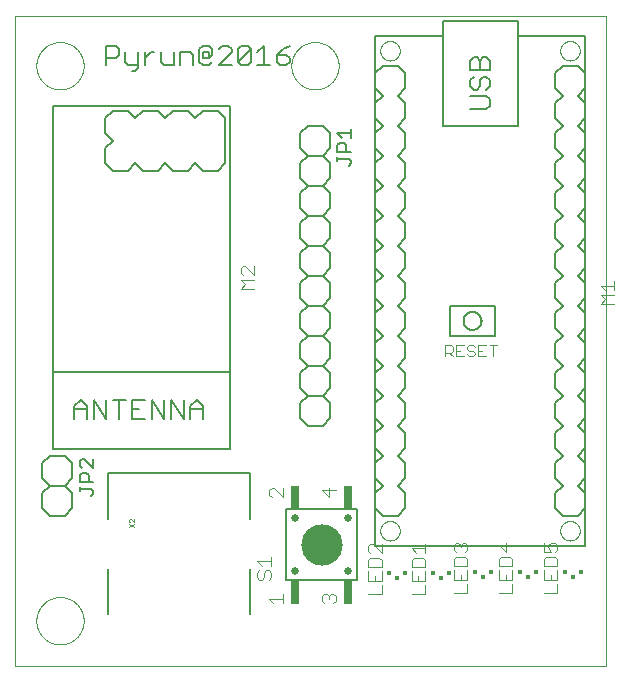
<source format=gto>
G75*
%MOIN*%
%OFA0B0*%
%FSLAX25Y25*%
%IPPOS*%
%LPD*%
%AMOC8*
5,1,8,0,0,1.08239X$1,22.5*
%
%ADD10C,0.00000*%
%ADD11C,0.00600*%
%ADD12C,0.00500*%
%ADD13C,0.00400*%
%ADD14C,0.00300*%
%ADD15R,0.01280X0.01673*%
%ADD16R,0.01378X0.01378*%
%ADD17C,0.02520*%
%ADD18C,0.13773*%
%ADD19R,0.02756X0.07874*%
%ADD20C,0.00800*%
%ADD21C,0.00100*%
D10*
X0001425Y0001000D02*
X0001425Y0217535D01*
X0198276Y0217535D01*
X0198276Y0001000D01*
X0001425Y0001000D01*
X0008551Y0016000D02*
X0008553Y0016193D01*
X0008560Y0016386D01*
X0008572Y0016579D01*
X0008589Y0016772D01*
X0008610Y0016964D01*
X0008636Y0017155D01*
X0008667Y0017346D01*
X0008702Y0017536D01*
X0008742Y0017725D01*
X0008787Y0017913D01*
X0008836Y0018100D01*
X0008890Y0018286D01*
X0008948Y0018470D01*
X0009011Y0018653D01*
X0009079Y0018834D01*
X0009150Y0019013D01*
X0009227Y0019191D01*
X0009307Y0019367D01*
X0009392Y0019540D01*
X0009481Y0019712D01*
X0009574Y0019881D01*
X0009671Y0020048D01*
X0009773Y0020213D01*
X0009878Y0020375D01*
X0009987Y0020534D01*
X0010101Y0020691D01*
X0010218Y0020844D01*
X0010338Y0020995D01*
X0010463Y0021143D01*
X0010591Y0021288D01*
X0010722Y0021429D01*
X0010857Y0021568D01*
X0010996Y0021703D01*
X0011137Y0021834D01*
X0011282Y0021962D01*
X0011430Y0022087D01*
X0011581Y0022207D01*
X0011734Y0022324D01*
X0011891Y0022438D01*
X0012050Y0022547D01*
X0012212Y0022652D01*
X0012377Y0022754D01*
X0012544Y0022851D01*
X0012713Y0022944D01*
X0012885Y0023033D01*
X0013058Y0023118D01*
X0013234Y0023198D01*
X0013412Y0023275D01*
X0013591Y0023346D01*
X0013772Y0023414D01*
X0013955Y0023477D01*
X0014139Y0023535D01*
X0014325Y0023589D01*
X0014512Y0023638D01*
X0014700Y0023683D01*
X0014889Y0023723D01*
X0015079Y0023758D01*
X0015270Y0023789D01*
X0015461Y0023815D01*
X0015653Y0023836D01*
X0015846Y0023853D01*
X0016039Y0023865D01*
X0016232Y0023872D01*
X0016425Y0023874D01*
X0016618Y0023872D01*
X0016811Y0023865D01*
X0017004Y0023853D01*
X0017197Y0023836D01*
X0017389Y0023815D01*
X0017580Y0023789D01*
X0017771Y0023758D01*
X0017961Y0023723D01*
X0018150Y0023683D01*
X0018338Y0023638D01*
X0018525Y0023589D01*
X0018711Y0023535D01*
X0018895Y0023477D01*
X0019078Y0023414D01*
X0019259Y0023346D01*
X0019438Y0023275D01*
X0019616Y0023198D01*
X0019792Y0023118D01*
X0019965Y0023033D01*
X0020137Y0022944D01*
X0020306Y0022851D01*
X0020473Y0022754D01*
X0020638Y0022652D01*
X0020800Y0022547D01*
X0020959Y0022438D01*
X0021116Y0022324D01*
X0021269Y0022207D01*
X0021420Y0022087D01*
X0021568Y0021962D01*
X0021713Y0021834D01*
X0021854Y0021703D01*
X0021993Y0021568D01*
X0022128Y0021429D01*
X0022259Y0021288D01*
X0022387Y0021143D01*
X0022512Y0020995D01*
X0022632Y0020844D01*
X0022749Y0020691D01*
X0022863Y0020534D01*
X0022972Y0020375D01*
X0023077Y0020213D01*
X0023179Y0020048D01*
X0023276Y0019881D01*
X0023369Y0019712D01*
X0023458Y0019540D01*
X0023543Y0019367D01*
X0023623Y0019191D01*
X0023700Y0019013D01*
X0023771Y0018834D01*
X0023839Y0018653D01*
X0023902Y0018470D01*
X0023960Y0018286D01*
X0024014Y0018100D01*
X0024063Y0017913D01*
X0024108Y0017725D01*
X0024148Y0017536D01*
X0024183Y0017346D01*
X0024214Y0017155D01*
X0024240Y0016964D01*
X0024261Y0016772D01*
X0024278Y0016579D01*
X0024290Y0016386D01*
X0024297Y0016193D01*
X0024299Y0016000D01*
X0024297Y0015807D01*
X0024290Y0015614D01*
X0024278Y0015421D01*
X0024261Y0015228D01*
X0024240Y0015036D01*
X0024214Y0014845D01*
X0024183Y0014654D01*
X0024148Y0014464D01*
X0024108Y0014275D01*
X0024063Y0014087D01*
X0024014Y0013900D01*
X0023960Y0013714D01*
X0023902Y0013530D01*
X0023839Y0013347D01*
X0023771Y0013166D01*
X0023700Y0012987D01*
X0023623Y0012809D01*
X0023543Y0012633D01*
X0023458Y0012460D01*
X0023369Y0012288D01*
X0023276Y0012119D01*
X0023179Y0011952D01*
X0023077Y0011787D01*
X0022972Y0011625D01*
X0022863Y0011466D01*
X0022749Y0011309D01*
X0022632Y0011156D01*
X0022512Y0011005D01*
X0022387Y0010857D01*
X0022259Y0010712D01*
X0022128Y0010571D01*
X0021993Y0010432D01*
X0021854Y0010297D01*
X0021713Y0010166D01*
X0021568Y0010038D01*
X0021420Y0009913D01*
X0021269Y0009793D01*
X0021116Y0009676D01*
X0020959Y0009562D01*
X0020800Y0009453D01*
X0020638Y0009348D01*
X0020473Y0009246D01*
X0020306Y0009149D01*
X0020137Y0009056D01*
X0019965Y0008967D01*
X0019792Y0008882D01*
X0019616Y0008802D01*
X0019438Y0008725D01*
X0019259Y0008654D01*
X0019078Y0008586D01*
X0018895Y0008523D01*
X0018711Y0008465D01*
X0018525Y0008411D01*
X0018338Y0008362D01*
X0018150Y0008317D01*
X0017961Y0008277D01*
X0017771Y0008242D01*
X0017580Y0008211D01*
X0017389Y0008185D01*
X0017197Y0008164D01*
X0017004Y0008147D01*
X0016811Y0008135D01*
X0016618Y0008128D01*
X0016425Y0008126D01*
X0016232Y0008128D01*
X0016039Y0008135D01*
X0015846Y0008147D01*
X0015653Y0008164D01*
X0015461Y0008185D01*
X0015270Y0008211D01*
X0015079Y0008242D01*
X0014889Y0008277D01*
X0014700Y0008317D01*
X0014512Y0008362D01*
X0014325Y0008411D01*
X0014139Y0008465D01*
X0013955Y0008523D01*
X0013772Y0008586D01*
X0013591Y0008654D01*
X0013412Y0008725D01*
X0013234Y0008802D01*
X0013058Y0008882D01*
X0012885Y0008967D01*
X0012713Y0009056D01*
X0012544Y0009149D01*
X0012377Y0009246D01*
X0012212Y0009348D01*
X0012050Y0009453D01*
X0011891Y0009562D01*
X0011734Y0009676D01*
X0011581Y0009793D01*
X0011430Y0009913D01*
X0011282Y0010038D01*
X0011137Y0010166D01*
X0010996Y0010297D01*
X0010857Y0010432D01*
X0010722Y0010571D01*
X0010591Y0010712D01*
X0010463Y0010857D01*
X0010338Y0011005D01*
X0010218Y0011156D01*
X0010101Y0011309D01*
X0009987Y0011466D01*
X0009878Y0011625D01*
X0009773Y0011787D01*
X0009671Y0011952D01*
X0009574Y0012119D01*
X0009481Y0012288D01*
X0009392Y0012460D01*
X0009307Y0012633D01*
X0009227Y0012809D01*
X0009150Y0012987D01*
X0009079Y0013166D01*
X0009011Y0013347D01*
X0008948Y0013530D01*
X0008890Y0013714D01*
X0008836Y0013900D01*
X0008787Y0014087D01*
X0008742Y0014275D01*
X0008702Y0014464D01*
X0008667Y0014654D01*
X0008636Y0014845D01*
X0008610Y0015036D01*
X0008589Y0015228D01*
X0008572Y0015421D01*
X0008560Y0015614D01*
X0008553Y0015807D01*
X0008551Y0016000D01*
X0094575Y0025783D02*
X0094772Y0025783D01*
X0111701Y0026965D02*
X0112488Y0026965D01*
X0123175Y0046000D02*
X0123177Y0046113D01*
X0123183Y0046227D01*
X0123193Y0046340D01*
X0123207Y0046452D01*
X0123224Y0046564D01*
X0123246Y0046676D01*
X0123272Y0046786D01*
X0123301Y0046896D01*
X0123334Y0047004D01*
X0123371Y0047112D01*
X0123412Y0047217D01*
X0123456Y0047322D01*
X0123504Y0047425D01*
X0123555Y0047526D01*
X0123610Y0047625D01*
X0123669Y0047722D01*
X0123731Y0047817D01*
X0123796Y0047910D01*
X0123864Y0048001D01*
X0123935Y0048089D01*
X0124010Y0048175D01*
X0124087Y0048258D01*
X0124167Y0048338D01*
X0124250Y0048415D01*
X0124336Y0048490D01*
X0124424Y0048561D01*
X0124515Y0048629D01*
X0124608Y0048694D01*
X0124703Y0048756D01*
X0124800Y0048815D01*
X0124899Y0048870D01*
X0125000Y0048921D01*
X0125103Y0048969D01*
X0125208Y0049013D01*
X0125313Y0049054D01*
X0125421Y0049091D01*
X0125529Y0049124D01*
X0125639Y0049153D01*
X0125749Y0049179D01*
X0125861Y0049201D01*
X0125973Y0049218D01*
X0126085Y0049232D01*
X0126198Y0049242D01*
X0126312Y0049248D01*
X0126425Y0049250D01*
X0126538Y0049248D01*
X0126652Y0049242D01*
X0126765Y0049232D01*
X0126877Y0049218D01*
X0126989Y0049201D01*
X0127101Y0049179D01*
X0127211Y0049153D01*
X0127321Y0049124D01*
X0127429Y0049091D01*
X0127537Y0049054D01*
X0127642Y0049013D01*
X0127747Y0048969D01*
X0127850Y0048921D01*
X0127951Y0048870D01*
X0128050Y0048815D01*
X0128147Y0048756D01*
X0128242Y0048694D01*
X0128335Y0048629D01*
X0128426Y0048561D01*
X0128514Y0048490D01*
X0128600Y0048415D01*
X0128683Y0048338D01*
X0128763Y0048258D01*
X0128840Y0048175D01*
X0128915Y0048089D01*
X0128986Y0048001D01*
X0129054Y0047910D01*
X0129119Y0047817D01*
X0129181Y0047722D01*
X0129240Y0047625D01*
X0129295Y0047526D01*
X0129346Y0047425D01*
X0129394Y0047322D01*
X0129438Y0047217D01*
X0129479Y0047112D01*
X0129516Y0047004D01*
X0129549Y0046896D01*
X0129578Y0046786D01*
X0129604Y0046676D01*
X0129626Y0046564D01*
X0129643Y0046452D01*
X0129657Y0046340D01*
X0129667Y0046227D01*
X0129673Y0046113D01*
X0129675Y0046000D01*
X0129673Y0045887D01*
X0129667Y0045773D01*
X0129657Y0045660D01*
X0129643Y0045548D01*
X0129626Y0045436D01*
X0129604Y0045324D01*
X0129578Y0045214D01*
X0129549Y0045104D01*
X0129516Y0044996D01*
X0129479Y0044888D01*
X0129438Y0044783D01*
X0129394Y0044678D01*
X0129346Y0044575D01*
X0129295Y0044474D01*
X0129240Y0044375D01*
X0129181Y0044278D01*
X0129119Y0044183D01*
X0129054Y0044090D01*
X0128986Y0043999D01*
X0128915Y0043911D01*
X0128840Y0043825D01*
X0128763Y0043742D01*
X0128683Y0043662D01*
X0128600Y0043585D01*
X0128514Y0043510D01*
X0128426Y0043439D01*
X0128335Y0043371D01*
X0128242Y0043306D01*
X0128147Y0043244D01*
X0128050Y0043185D01*
X0127951Y0043130D01*
X0127850Y0043079D01*
X0127747Y0043031D01*
X0127642Y0042987D01*
X0127537Y0042946D01*
X0127429Y0042909D01*
X0127321Y0042876D01*
X0127211Y0042847D01*
X0127101Y0042821D01*
X0126989Y0042799D01*
X0126877Y0042782D01*
X0126765Y0042768D01*
X0126652Y0042758D01*
X0126538Y0042752D01*
X0126425Y0042750D01*
X0126312Y0042752D01*
X0126198Y0042758D01*
X0126085Y0042768D01*
X0125973Y0042782D01*
X0125861Y0042799D01*
X0125749Y0042821D01*
X0125639Y0042847D01*
X0125529Y0042876D01*
X0125421Y0042909D01*
X0125313Y0042946D01*
X0125208Y0042987D01*
X0125103Y0043031D01*
X0125000Y0043079D01*
X0124899Y0043130D01*
X0124800Y0043185D01*
X0124703Y0043244D01*
X0124608Y0043306D01*
X0124515Y0043371D01*
X0124424Y0043439D01*
X0124336Y0043510D01*
X0124250Y0043585D01*
X0124167Y0043662D01*
X0124087Y0043742D01*
X0124010Y0043825D01*
X0123935Y0043911D01*
X0123864Y0043999D01*
X0123796Y0044090D01*
X0123731Y0044183D01*
X0123669Y0044278D01*
X0123610Y0044375D01*
X0123555Y0044474D01*
X0123504Y0044575D01*
X0123456Y0044678D01*
X0123412Y0044783D01*
X0123371Y0044888D01*
X0123334Y0044996D01*
X0123301Y0045104D01*
X0123272Y0045214D01*
X0123246Y0045324D01*
X0123224Y0045436D01*
X0123207Y0045548D01*
X0123193Y0045660D01*
X0123183Y0045773D01*
X0123177Y0045887D01*
X0123175Y0046000D01*
X0183175Y0046000D02*
X0183177Y0046113D01*
X0183183Y0046227D01*
X0183193Y0046340D01*
X0183207Y0046452D01*
X0183224Y0046564D01*
X0183246Y0046676D01*
X0183272Y0046786D01*
X0183301Y0046896D01*
X0183334Y0047004D01*
X0183371Y0047112D01*
X0183412Y0047217D01*
X0183456Y0047322D01*
X0183504Y0047425D01*
X0183555Y0047526D01*
X0183610Y0047625D01*
X0183669Y0047722D01*
X0183731Y0047817D01*
X0183796Y0047910D01*
X0183864Y0048001D01*
X0183935Y0048089D01*
X0184010Y0048175D01*
X0184087Y0048258D01*
X0184167Y0048338D01*
X0184250Y0048415D01*
X0184336Y0048490D01*
X0184424Y0048561D01*
X0184515Y0048629D01*
X0184608Y0048694D01*
X0184703Y0048756D01*
X0184800Y0048815D01*
X0184899Y0048870D01*
X0185000Y0048921D01*
X0185103Y0048969D01*
X0185208Y0049013D01*
X0185313Y0049054D01*
X0185421Y0049091D01*
X0185529Y0049124D01*
X0185639Y0049153D01*
X0185749Y0049179D01*
X0185861Y0049201D01*
X0185973Y0049218D01*
X0186085Y0049232D01*
X0186198Y0049242D01*
X0186312Y0049248D01*
X0186425Y0049250D01*
X0186538Y0049248D01*
X0186652Y0049242D01*
X0186765Y0049232D01*
X0186877Y0049218D01*
X0186989Y0049201D01*
X0187101Y0049179D01*
X0187211Y0049153D01*
X0187321Y0049124D01*
X0187429Y0049091D01*
X0187537Y0049054D01*
X0187642Y0049013D01*
X0187747Y0048969D01*
X0187850Y0048921D01*
X0187951Y0048870D01*
X0188050Y0048815D01*
X0188147Y0048756D01*
X0188242Y0048694D01*
X0188335Y0048629D01*
X0188426Y0048561D01*
X0188514Y0048490D01*
X0188600Y0048415D01*
X0188683Y0048338D01*
X0188763Y0048258D01*
X0188840Y0048175D01*
X0188915Y0048089D01*
X0188986Y0048001D01*
X0189054Y0047910D01*
X0189119Y0047817D01*
X0189181Y0047722D01*
X0189240Y0047625D01*
X0189295Y0047526D01*
X0189346Y0047425D01*
X0189394Y0047322D01*
X0189438Y0047217D01*
X0189479Y0047112D01*
X0189516Y0047004D01*
X0189549Y0046896D01*
X0189578Y0046786D01*
X0189604Y0046676D01*
X0189626Y0046564D01*
X0189643Y0046452D01*
X0189657Y0046340D01*
X0189667Y0046227D01*
X0189673Y0046113D01*
X0189675Y0046000D01*
X0189673Y0045887D01*
X0189667Y0045773D01*
X0189657Y0045660D01*
X0189643Y0045548D01*
X0189626Y0045436D01*
X0189604Y0045324D01*
X0189578Y0045214D01*
X0189549Y0045104D01*
X0189516Y0044996D01*
X0189479Y0044888D01*
X0189438Y0044783D01*
X0189394Y0044678D01*
X0189346Y0044575D01*
X0189295Y0044474D01*
X0189240Y0044375D01*
X0189181Y0044278D01*
X0189119Y0044183D01*
X0189054Y0044090D01*
X0188986Y0043999D01*
X0188915Y0043911D01*
X0188840Y0043825D01*
X0188763Y0043742D01*
X0188683Y0043662D01*
X0188600Y0043585D01*
X0188514Y0043510D01*
X0188426Y0043439D01*
X0188335Y0043371D01*
X0188242Y0043306D01*
X0188147Y0043244D01*
X0188050Y0043185D01*
X0187951Y0043130D01*
X0187850Y0043079D01*
X0187747Y0043031D01*
X0187642Y0042987D01*
X0187537Y0042946D01*
X0187429Y0042909D01*
X0187321Y0042876D01*
X0187211Y0042847D01*
X0187101Y0042821D01*
X0186989Y0042799D01*
X0186877Y0042782D01*
X0186765Y0042768D01*
X0186652Y0042758D01*
X0186538Y0042752D01*
X0186425Y0042750D01*
X0186312Y0042752D01*
X0186198Y0042758D01*
X0186085Y0042768D01*
X0185973Y0042782D01*
X0185861Y0042799D01*
X0185749Y0042821D01*
X0185639Y0042847D01*
X0185529Y0042876D01*
X0185421Y0042909D01*
X0185313Y0042946D01*
X0185208Y0042987D01*
X0185103Y0043031D01*
X0185000Y0043079D01*
X0184899Y0043130D01*
X0184800Y0043185D01*
X0184703Y0043244D01*
X0184608Y0043306D01*
X0184515Y0043371D01*
X0184424Y0043439D01*
X0184336Y0043510D01*
X0184250Y0043585D01*
X0184167Y0043662D01*
X0184087Y0043742D01*
X0184010Y0043825D01*
X0183935Y0043911D01*
X0183864Y0043999D01*
X0183796Y0044090D01*
X0183731Y0044183D01*
X0183669Y0044278D01*
X0183610Y0044375D01*
X0183555Y0044474D01*
X0183504Y0044575D01*
X0183456Y0044678D01*
X0183412Y0044783D01*
X0183371Y0044888D01*
X0183334Y0044996D01*
X0183301Y0045104D01*
X0183272Y0045214D01*
X0183246Y0045324D01*
X0183224Y0045436D01*
X0183207Y0045548D01*
X0183193Y0045660D01*
X0183183Y0045773D01*
X0183177Y0045887D01*
X0183175Y0046000D01*
X0093551Y0201000D02*
X0093553Y0201193D01*
X0093560Y0201386D01*
X0093572Y0201579D01*
X0093589Y0201772D01*
X0093610Y0201964D01*
X0093636Y0202155D01*
X0093667Y0202346D01*
X0093702Y0202536D01*
X0093742Y0202725D01*
X0093787Y0202913D01*
X0093836Y0203100D01*
X0093890Y0203286D01*
X0093948Y0203470D01*
X0094011Y0203653D01*
X0094079Y0203834D01*
X0094150Y0204013D01*
X0094227Y0204191D01*
X0094307Y0204367D01*
X0094392Y0204540D01*
X0094481Y0204712D01*
X0094574Y0204881D01*
X0094671Y0205048D01*
X0094773Y0205213D01*
X0094878Y0205375D01*
X0094987Y0205534D01*
X0095101Y0205691D01*
X0095218Y0205844D01*
X0095338Y0205995D01*
X0095463Y0206143D01*
X0095591Y0206288D01*
X0095722Y0206429D01*
X0095857Y0206568D01*
X0095996Y0206703D01*
X0096137Y0206834D01*
X0096282Y0206962D01*
X0096430Y0207087D01*
X0096581Y0207207D01*
X0096734Y0207324D01*
X0096891Y0207438D01*
X0097050Y0207547D01*
X0097212Y0207652D01*
X0097377Y0207754D01*
X0097544Y0207851D01*
X0097713Y0207944D01*
X0097885Y0208033D01*
X0098058Y0208118D01*
X0098234Y0208198D01*
X0098412Y0208275D01*
X0098591Y0208346D01*
X0098772Y0208414D01*
X0098955Y0208477D01*
X0099139Y0208535D01*
X0099325Y0208589D01*
X0099512Y0208638D01*
X0099700Y0208683D01*
X0099889Y0208723D01*
X0100079Y0208758D01*
X0100270Y0208789D01*
X0100461Y0208815D01*
X0100653Y0208836D01*
X0100846Y0208853D01*
X0101039Y0208865D01*
X0101232Y0208872D01*
X0101425Y0208874D01*
X0101618Y0208872D01*
X0101811Y0208865D01*
X0102004Y0208853D01*
X0102197Y0208836D01*
X0102389Y0208815D01*
X0102580Y0208789D01*
X0102771Y0208758D01*
X0102961Y0208723D01*
X0103150Y0208683D01*
X0103338Y0208638D01*
X0103525Y0208589D01*
X0103711Y0208535D01*
X0103895Y0208477D01*
X0104078Y0208414D01*
X0104259Y0208346D01*
X0104438Y0208275D01*
X0104616Y0208198D01*
X0104792Y0208118D01*
X0104965Y0208033D01*
X0105137Y0207944D01*
X0105306Y0207851D01*
X0105473Y0207754D01*
X0105638Y0207652D01*
X0105800Y0207547D01*
X0105959Y0207438D01*
X0106116Y0207324D01*
X0106269Y0207207D01*
X0106420Y0207087D01*
X0106568Y0206962D01*
X0106713Y0206834D01*
X0106854Y0206703D01*
X0106993Y0206568D01*
X0107128Y0206429D01*
X0107259Y0206288D01*
X0107387Y0206143D01*
X0107512Y0205995D01*
X0107632Y0205844D01*
X0107749Y0205691D01*
X0107863Y0205534D01*
X0107972Y0205375D01*
X0108077Y0205213D01*
X0108179Y0205048D01*
X0108276Y0204881D01*
X0108369Y0204712D01*
X0108458Y0204540D01*
X0108543Y0204367D01*
X0108623Y0204191D01*
X0108700Y0204013D01*
X0108771Y0203834D01*
X0108839Y0203653D01*
X0108902Y0203470D01*
X0108960Y0203286D01*
X0109014Y0203100D01*
X0109063Y0202913D01*
X0109108Y0202725D01*
X0109148Y0202536D01*
X0109183Y0202346D01*
X0109214Y0202155D01*
X0109240Y0201964D01*
X0109261Y0201772D01*
X0109278Y0201579D01*
X0109290Y0201386D01*
X0109297Y0201193D01*
X0109299Y0201000D01*
X0109297Y0200807D01*
X0109290Y0200614D01*
X0109278Y0200421D01*
X0109261Y0200228D01*
X0109240Y0200036D01*
X0109214Y0199845D01*
X0109183Y0199654D01*
X0109148Y0199464D01*
X0109108Y0199275D01*
X0109063Y0199087D01*
X0109014Y0198900D01*
X0108960Y0198714D01*
X0108902Y0198530D01*
X0108839Y0198347D01*
X0108771Y0198166D01*
X0108700Y0197987D01*
X0108623Y0197809D01*
X0108543Y0197633D01*
X0108458Y0197460D01*
X0108369Y0197288D01*
X0108276Y0197119D01*
X0108179Y0196952D01*
X0108077Y0196787D01*
X0107972Y0196625D01*
X0107863Y0196466D01*
X0107749Y0196309D01*
X0107632Y0196156D01*
X0107512Y0196005D01*
X0107387Y0195857D01*
X0107259Y0195712D01*
X0107128Y0195571D01*
X0106993Y0195432D01*
X0106854Y0195297D01*
X0106713Y0195166D01*
X0106568Y0195038D01*
X0106420Y0194913D01*
X0106269Y0194793D01*
X0106116Y0194676D01*
X0105959Y0194562D01*
X0105800Y0194453D01*
X0105638Y0194348D01*
X0105473Y0194246D01*
X0105306Y0194149D01*
X0105137Y0194056D01*
X0104965Y0193967D01*
X0104792Y0193882D01*
X0104616Y0193802D01*
X0104438Y0193725D01*
X0104259Y0193654D01*
X0104078Y0193586D01*
X0103895Y0193523D01*
X0103711Y0193465D01*
X0103525Y0193411D01*
X0103338Y0193362D01*
X0103150Y0193317D01*
X0102961Y0193277D01*
X0102771Y0193242D01*
X0102580Y0193211D01*
X0102389Y0193185D01*
X0102197Y0193164D01*
X0102004Y0193147D01*
X0101811Y0193135D01*
X0101618Y0193128D01*
X0101425Y0193126D01*
X0101232Y0193128D01*
X0101039Y0193135D01*
X0100846Y0193147D01*
X0100653Y0193164D01*
X0100461Y0193185D01*
X0100270Y0193211D01*
X0100079Y0193242D01*
X0099889Y0193277D01*
X0099700Y0193317D01*
X0099512Y0193362D01*
X0099325Y0193411D01*
X0099139Y0193465D01*
X0098955Y0193523D01*
X0098772Y0193586D01*
X0098591Y0193654D01*
X0098412Y0193725D01*
X0098234Y0193802D01*
X0098058Y0193882D01*
X0097885Y0193967D01*
X0097713Y0194056D01*
X0097544Y0194149D01*
X0097377Y0194246D01*
X0097212Y0194348D01*
X0097050Y0194453D01*
X0096891Y0194562D01*
X0096734Y0194676D01*
X0096581Y0194793D01*
X0096430Y0194913D01*
X0096282Y0195038D01*
X0096137Y0195166D01*
X0095996Y0195297D01*
X0095857Y0195432D01*
X0095722Y0195571D01*
X0095591Y0195712D01*
X0095463Y0195857D01*
X0095338Y0196005D01*
X0095218Y0196156D01*
X0095101Y0196309D01*
X0094987Y0196466D01*
X0094878Y0196625D01*
X0094773Y0196787D01*
X0094671Y0196952D01*
X0094574Y0197119D01*
X0094481Y0197288D01*
X0094392Y0197460D01*
X0094307Y0197633D01*
X0094227Y0197809D01*
X0094150Y0197987D01*
X0094079Y0198166D01*
X0094011Y0198347D01*
X0093948Y0198530D01*
X0093890Y0198714D01*
X0093836Y0198900D01*
X0093787Y0199087D01*
X0093742Y0199275D01*
X0093702Y0199464D01*
X0093667Y0199654D01*
X0093636Y0199845D01*
X0093610Y0200036D01*
X0093589Y0200228D01*
X0093572Y0200421D01*
X0093560Y0200614D01*
X0093553Y0200807D01*
X0093551Y0201000D01*
X0123175Y0206000D02*
X0123177Y0206113D01*
X0123183Y0206227D01*
X0123193Y0206340D01*
X0123207Y0206452D01*
X0123224Y0206564D01*
X0123246Y0206676D01*
X0123272Y0206786D01*
X0123301Y0206896D01*
X0123334Y0207004D01*
X0123371Y0207112D01*
X0123412Y0207217D01*
X0123456Y0207322D01*
X0123504Y0207425D01*
X0123555Y0207526D01*
X0123610Y0207625D01*
X0123669Y0207722D01*
X0123731Y0207817D01*
X0123796Y0207910D01*
X0123864Y0208001D01*
X0123935Y0208089D01*
X0124010Y0208175D01*
X0124087Y0208258D01*
X0124167Y0208338D01*
X0124250Y0208415D01*
X0124336Y0208490D01*
X0124424Y0208561D01*
X0124515Y0208629D01*
X0124608Y0208694D01*
X0124703Y0208756D01*
X0124800Y0208815D01*
X0124899Y0208870D01*
X0125000Y0208921D01*
X0125103Y0208969D01*
X0125208Y0209013D01*
X0125313Y0209054D01*
X0125421Y0209091D01*
X0125529Y0209124D01*
X0125639Y0209153D01*
X0125749Y0209179D01*
X0125861Y0209201D01*
X0125973Y0209218D01*
X0126085Y0209232D01*
X0126198Y0209242D01*
X0126312Y0209248D01*
X0126425Y0209250D01*
X0126538Y0209248D01*
X0126652Y0209242D01*
X0126765Y0209232D01*
X0126877Y0209218D01*
X0126989Y0209201D01*
X0127101Y0209179D01*
X0127211Y0209153D01*
X0127321Y0209124D01*
X0127429Y0209091D01*
X0127537Y0209054D01*
X0127642Y0209013D01*
X0127747Y0208969D01*
X0127850Y0208921D01*
X0127951Y0208870D01*
X0128050Y0208815D01*
X0128147Y0208756D01*
X0128242Y0208694D01*
X0128335Y0208629D01*
X0128426Y0208561D01*
X0128514Y0208490D01*
X0128600Y0208415D01*
X0128683Y0208338D01*
X0128763Y0208258D01*
X0128840Y0208175D01*
X0128915Y0208089D01*
X0128986Y0208001D01*
X0129054Y0207910D01*
X0129119Y0207817D01*
X0129181Y0207722D01*
X0129240Y0207625D01*
X0129295Y0207526D01*
X0129346Y0207425D01*
X0129394Y0207322D01*
X0129438Y0207217D01*
X0129479Y0207112D01*
X0129516Y0207004D01*
X0129549Y0206896D01*
X0129578Y0206786D01*
X0129604Y0206676D01*
X0129626Y0206564D01*
X0129643Y0206452D01*
X0129657Y0206340D01*
X0129667Y0206227D01*
X0129673Y0206113D01*
X0129675Y0206000D01*
X0129673Y0205887D01*
X0129667Y0205773D01*
X0129657Y0205660D01*
X0129643Y0205548D01*
X0129626Y0205436D01*
X0129604Y0205324D01*
X0129578Y0205214D01*
X0129549Y0205104D01*
X0129516Y0204996D01*
X0129479Y0204888D01*
X0129438Y0204783D01*
X0129394Y0204678D01*
X0129346Y0204575D01*
X0129295Y0204474D01*
X0129240Y0204375D01*
X0129181Y0204278D01*
X0129119Y0204183D01*
X0129054Y0204090D01*
X0128986Y0203999D01*
X0128915Y0203911D01*
X0128840Y0203825D01*
X0128763Y0203742D01*
X0128683Y0203662D01*
X0128600Y0203585D01*
X0128514Y0203510D01*
X0128426Y0203439D01*
X0128335Y0203371D01*
X0128242Y0203306D01*
X0128147Y0203244D01*
X0128050Y0203185D01*
X0127951Y0203130D01*
X0127850Y0203079D01*
X0127747Y0203031D01*
X0127642Y0202987D01*
X0127537Y0202946D01*
X0127429Y0202909D01*
X0127321Y0202876D01*
X0127211Y0202847D01*
X0127101Y0202821D01*
X0126989Y0202799D01*
X0126877Y0202782D01*
X0126765Y0202768D01*
X0126652Y0202758D01*
X0126538Y0202752D01*
X0126425Y0202750D01*
X0126312Y0202752D01*
X0126198Y0202758D01*
X0126085Y0202768D01*
X0125973Y0202782D01*
X0125861Y0202799D01*
X0125749Y0202821D01*
X0125639Y0202847D01*
X0125529Y0202876D01*
X0125421Y0202909D01*
X0125313Y0202946D01*
X0125208Y0202987D01*
X0125103Y0203031D01*
X0125000Y0203079D01*
X0124899Y0203130D01*
X0124800Y0203185D01*
X0124703Y0203244D01*
X0124608Y0203306D01*
X0124515Y0203371D01*
X0124424Y0203439D01*
X0124336Y0203510D01*
X0124250Y0203585D01*
X0124167Y0203662D01*
X0124087Y0203742D01*
X0124010Y0203825D01*
X0123935Y0203911D01*
X0123864Y0203999D01*
X0123796Y0204090D01*
X0123731Y0204183D01*
X0123669Y0204278D01*
X0123610Y0204375D01*
X0123555Y0204474D01*
X0123504Y0204575D01*
X0123456Y0204678D01*
X0123412Y0204783D01*
X0123371Y0204888D01*
X0123334Y0204996D01*
X0123301Y0205104D01*
X0123272Y0205214D01*
X0123246Y0205324D01*
X0123224Y0205436D01*
X0123207Y0205548D01*
X0123193Y0205660D01*
X0123183Y0205773D01*
X0123177Y0205887D01*
X0123175Y0206000D01*
X0183175Y0206000D02*
X0183177Y0206113D01*
X0183183Y0206227D01*
X0183193Y0206340D01*
X0183207Y0206452D01*
X0183224Y0206564D01*
X0183246Y0206676D01*
X0183272Y0206786D01*
X0183301Y0206896D01*
X0183334Y0207004D01*
X0183371Y0207112D01*
X0183412Y0207217D01*
X0183456Y0207322D01*
X0183504Y0207425D01*
X0183555Y0207526D01*
X0183610Y0207625D01*
X0183669Y0207722D01*
X0183731Y0207817D01*
X0183796Y0207910D01*
X0183864Y0208001D01*
X0183935Y0208089D01*
X0184010Y0208175D01*
X0184087Y0208258D01*
X0184167Y0208338D01*
X0184250Y0208415D01*
X0184336Y0208490D01*
X0184424Y0208561D01*
X0184515Y0208629D01*
X0184608Y0208694D01*
X0184703Y0208756D01*
X0184800Y0208815D01*
X0184899Y0208870D01*
X0185000Y0208921D01*
X0185103Y0208969D01*
X0185208Y0209013D01*
X0185313Y0209054D01*
X0185421Y0209091D01*
X0185529Y0209124D01*
X0185639Y0209153D01*
X0185749Y0209179D01*
X0185861Y0209201D01*
X0185973Y0209218D01*
X0186085Y0209232D01*
X0186198Y0209242D01*
X0186312Y0209248D01*
X0186425Y0209250D01*
X0186538Y0209248D01*
X0186652Y0209242D01*
X0186765Y0209232D01*
X0186877Y0209218D01*
X0186989Y0209201D01*
X0187101Y0209179D01*
X0187211Y0209153D01*
X0187321Y0209124D01*
X0187429Y0209091D01*
X0187537Y0209054D01*
X0187642Y0209013D01*
X0187747Y0208969D01*
X0187850Y0208921D01*
X0187951Y0208870D01*
X0188050Y0208815D01*
X0188147Y0208756D01*
X0188242Y0208694D01*
X0188335Y0208629D01*
X0188426Y0208561D01*
X0188514Y0208490D01*
X0188600Y0208415D01*
X0188683Y0208338D01*
X0188763Y0208258D01*
X0188840Y0208175D01*
X0188915Y0208089D01*
X0188986Y0208001D01*
X0189054Y0207910D01*
X0189119Y0207817D01*
X0189181Y0207722D01*
X0189240Y0207625D01*
X0189295Y0207526D01*
X0189346Y0207425D01*
X0189394Y0207322D01*
X0189438Y0207217D01*
X0189479Y0207112D01*
X0189516Y0207004D01*
X0189549Y0206896D01*
X0189578Y0206786D01*
X0189604Y0206676D01*
X0189626Y0206564D01*
X0189643Y0206452D01*
X0189657Y0206340D01*
X0189667Y0206227D01*
X0189673Y0206113D01*
X0189675Y0206000D01*
X0189673Y0205887D01*
X0189667Y0205773D01*
X0189657Y0205660D01*
X0189643Y0205548D01*
X0189626Y0205436D01*
X0189604Y0205324D01*
X0189578Y0205214D01*
X0189549Y0205104D01*
X0189516Y0204996D01*
X0189479Y0204888D01*
X0189438Y0204783D01*
X0189394Y0204678D01*
X0189346Y0204575D01*
X0189295Y0204474D01*
X0189240Y0204375D01*
X0189181Y0204278D01*
X0189119Y0204183D01*
X0189054Y0204090D01*
X0188986Y0203999D01*
X0188915Y0203911D01*
X0188840Y0203825D01*
X0188763Y0203742D01*
X0188683Y0203662D01*
X0188600Y0203585D01*
X0188514Y0203510D01*
X0188426Y0203439D01*
X0188335Y0203371D01*
X0188242Y0203306D01*
X0188147Y0203244D01*
X0188050Y0203185D01*
X0187951Y0203130D01*
X0187850Y0203079D01*
X0187747Y0203031D01*
X0187642Y0202987D01*
X0187537Y0202946D01*
X0187429Y0202909D01*
X0187321Y0202876D01*
X0187211Y0202847D01*
X0187101Y0202821D01*
X0186989Y0202799D01*
X0186877Y0202782D01*
X0186765Y0202768D01*
X0186652Y0202758D01*
X0186538Y0202752D01*
X0186425Y0202750D01*
X0186312Y0202752D01*
X0186198Y0202758D01*
X0186085Y0202768D01*
X0185973Y0202782D01*
X0185861Y0202799D01*
X0185749Y0202821D01*
X0185639Y0202847D01*
X0185529Y0202876D01*
X0185421Y0202909D01*
X0185313Y0202946D01*
X0185208Y0202987D01*
X0185103Y0203031D01*
X0185000Y0203079D01*
X0184899Y0203130D01*
X0184800Y0203185D01*
X0184703Y0203244D01*
X0184608Y0203306D01*
X0184515Y0203371D01*
X0184424Y0203439D01*
X0184336Y0203510D01*
X0184250Y0203585D01*
X0184167Y0203662D01*
X0184087Y0203742D01*
X0184010Y0203825D01*
X0183935Y0203911D01*
X0183864Y0203999D01*
X0183796Y0204090D01*
X0183731Y0204183D01*
X0183669Y0204278D01*
X0183610Y0204375D01*
X0183555Y0204474D01*
X0183504Y0204575D01*
X0183456Y0204678D01*
X0183412Y0204783D01*
X0183371Y0204888D01*
X0183334Y0204996D01*
X0183301Y0205104D01*
X0183272Y0205214D01*
X0183246Y0205324D01*
X0183224Y0205436D01*
X0183207Y0205548D01*
X0183193Y0205660D01*
X0183183Y0205773D01*
X0183177Y0205887D01*
X0183175Y0206000D01*
X0008551Y0201000D02*
X0008553Y0201193D01*
X0008560Y0201386D01*
X0008572Y0201579D01*
X0008589Y0201772D01*
X0008610Y0201964D01*
X0008636Y0202155D01*
X0008667Y0202346D01*
X0008702Y0202536D01*
X0008742Y0202725D01*
X0008787Y0202913D01*
X0008836Y0203100D01*
X0008890Y0203286D01*
X0008948Y0203470D01*
X0009011Y0203653D01*
X0009079Y0203834D01*
X0009150Y0204013D01*
X0009227Y0204191D01*
X0009307Y0204367D01*
X0009392Y0204540D01*
X0009481Y0204712D01*
X0009574Y0204881D01*
X0009671Y0205048D01*
X0009773Y0205213D01*
X0009878Y0205375D01*
X0009987Y0205534D01*
X0010101Y0205691D01*
X0010218Y0205844D01*
X0010338Y0205995D01*
X0010463Y0206143D01*
X0010591Y0206288D01*
X0010722Y0206429D01*
X0010857Y0206568D01*
X0010996Y0206703D01*
X0011137Y0206834D01*
X0011282Y0206962D01*
X0011430Y0207087D01*
X0011581Y0207207D01*
X0011734Y0207324D01*
X0011891Y0207438D01*
X0012050Y0207547D01*
X0012212Y0207652D01*
X0012377Y0207754D01*
X0012544Y0207851D01*
X0012713Y0207944D01*
X0012885Y0208033D01*
X0013058Y0208118D01*
X0013234Y0208198D01*
X0013412Y0208275D01*
X0013591Y0208346D01*
X0013772Y0208414D01*
X0013955Y0208477D01*
X0014139Y0208535D01*
X0014325Y0208589D01*
X0014512Y0208638D01*
X0014700Y0208683D01*
X0014889Y0208723D01*
X0015079Y0208758D01*
X0015270Y0208789D01*
X0015461Y0208815D01*
X0015653Y0208836D01*
X0015846Y0208853D01*
X0016039Y0208865D01*
X0016232Y0208872D01*
X0016425Y0208874D01*
X0016618Y0208872D01*
X0016811Y0208865D01*
X0017004Y0208853D01*
X0017197Y0208836D01*
X0017389Y0208815D01*
X0017580Y0208789D01*
X0017771Y0208758D01*
X0017961Y0208723D01*
X0018150Y0208683D01*
X0018338Y0208638D01*
X0018525Y0208589D01*
X0018711Y0208535D01*
X0018895Y0208477D01*
X0019078Y0208414D01*
X0019259Y0208346D01*
X0019438Y0208275D01*
X0019616Y0208198D01*
X0019792Y0208118D01*
X0019965Y0208033D01*
X0020137Y0207944D01*
X0020306Y0207851D01*
X0020473Y0207754D01*
X0020638Y0207652D01*
X0020800Y0207547D01*
X0020959Y0207438D01*
X0021116Y0207324D01*
X0021269Y0207207D01*
X0021420Y0207087D01*
X0021568Y0206962D01*
X0021713Y0206834D01*
X0021854Y0206703D01*
X0021993Y0206568D01*
X0022128Y0206429D01*
X0022259Y0206288D01*
X0022387Y0206143D01*
X0022512Y0205995D01*
X0022632Y0205844D01*
X0022749Y0205691D01*
X0022863Y0205534D01*
X0022972Y0205375D01*
X0023077Y0205213D01*
X0023179Y0205048D01*
X0023276Y0204881D01*
X0023369Y0204712D01*
X0023458Y0204540D01*
X0023543Y0204367D01*
X0023623Y0204191D01*
X0023700Y0204013D01*
X0023771Y0203834D01*
X0023839Y0203653D01*
X0023902Y0203470D01*
X0023960Y0203286D01*
X0024014Y0203100D01*
X0024063Y0202913D01*
X0024108Y0202725D01*
X0024148Y0202536D01*
X0024183Y0202346D01*
X0024214Y0202155D01*
X0024240Y0201964D01*
X0024261Y0201772D01*
X0024278Y0201579D01*
X0024290Y0201386D01*
X0024297Y0201193D01*
X0024299Y0201000D01*
X0024297Y0200807D01*
X0024290Y0200614D01*
X0024278Y0200421D01*
X0024261Y0200228D01*
X0024240Y0200036D01*
X0024214Y0199845D01*
X0024183Y0199654D01*
X0024148Y0199464D01*
X0024108Y0199275D01*
X0024063Y0199087D01*
X0024014Y0198900D01*
X0023960Y0198714D01*
X0023902Y0198530D01*
X0023839Y0198347D01*
X0023771Y0198166D01*
X0023700Y0197987D01*
X0023623Y0197809D01*
X0023543Y0197633D01*
X0023458Y0197460D01*
X0023369Y0197288D01*
X0023276Y0197119D01*
X0023179Y0196952D01*
X0023077Y0196787D01*
X0022972Y0196625D01*
X0022863Y0196466D01*
X0022749Y0196309D01*
X0022632Y0196156D01*
X0022512Y0196005D01*
X0022387Y0195857D01*
X0022259Y0195712D01*
X0022128Y0195571D01*
X0021993Y0195432D01*
X0021854Y0195297D01*
X0021713Y0195166D01*
X0021568Y0195038D01*
X0021420Y0194913D01*
X0021269Y0194793D01*
X0021116Y0194676D01*
X0020959Y0194562D01*
X0020800Y0194453D01*
X0020638Y0194348D01*
X0020473Y0194246D01*
X0020306Y0194149D01*
X0020137Y0194056D01*
X0019965Y0193967D01*
X0019792Y0193882D01*
X0019616Y0193802D01*
X0019438Y0193725D01*
X0019259Y0193654D01*
X0019078Y0193586D01*
X0018895Y0193523D01*
X0018711Y0193465D01*
X0018525Y0193411D01*
X0018338Y0193362D01*
X0018150Y0193317D01*
X0017961Y0193277D01*
X0017771Y0193242D01*
X0017580Y0193211D01*
X0017389Y0193185D01*
X0017197Y0193164D01*
X0017004Y0193147D01*
X0016811Y0193135D01*
X0016618Y0193128D01*
X0016425Y0193126D01*
X0016232Y0193128D01*
X0016039Y0193135D01*
X0015846Y0193147D01*
X0015653Y0193164D01*
X0015461Y0193185D01*
X0015270Y0193211D01*
X0015079Y0193242D01*
X0014889Y0193277D01*
X0014700Y0193317D01*
X0014512Y0193362D01*
X0014325Y0193411D01*
X0014139Y0193465D01*
X0013955Y0193523D01*
X0013772Y0193586D01*
X0013591Y0193654D01*
X0013412Y0193725D01*
X0013234Y0193802D01*
X0013058Y0193882D01*
X0012885Y0193967D01*
X0012713Y0194056D01*
X0012544Y0194149D01*
X0012377Y0194246D01*
X0012212Y0194348D01*
X0012050Y0194453D01*
X0011891Y0194562D01*
X0011734Y0194676D01*
X0011581Y0194793D01*
X0011430Y0194913D01*
X0011282Y0195038D01*
X0011137Y0195166D01*
X0010996Y0195297D01*
X0010857Y0195432D01*
X0010722Y0195571D01*
X0010591Y0195712D01*
X0010463Y0195857D01*
X0010338Y0196005D01*
X0010218Y0196156D01*
X0010101Y0196309D01*
X0009987Y0196466D01*
X0009878Y0196625D01*
X0009773Y0196787D01*
X0009671Y0196952D01*
X0009574Y0197119D01*
X0009481Y0197288D01*
X0009392Y0197460D01*
X0009307Y0197633D01*
X0009227Y0197809D01*
X0009150Y0197987D01*
X0009079Y0198166D01*
X0009011Y0198347D01*
X0008948Y0198530D01*
X0008890Y0198714D01*
X0008836Y0198900D01*
X0008787Y0199087D01*
X0008742Y0199275D01*
X0008702Y0199464D01*
X0008667Y0199654D01*
X0008636Y0199845D01*
X0008610Y0200036D01*
X0008589Y0200228D01*
X0008572Y0200421D01*
X0008560Y0200614D01*
X0008553Y0200807D01*
X0008551Y0201000D01*
D11*
X0031725Y0201300D02*
X0031725Y0207705D01*
X0034928Y0207705D01*
X0035996Y0206638D01*
X0035996Y0204503D01*
X0034928Y0203435D01*
X0031725Y0203435D01*
X0038171Y0202368D02*
X0039238Y0201300D01*
X0042441Y0201300D01*
X0042441Y0200232D02*
X0041373Y0199165D01*
X0040306Y0199165D01*
X0042441Y0200232D02*
X0042441Y0205570D01*
X0044616Y0205570D02*
X0044616Y0201300D01*
X0044616Y0203435D02*
X0046751Y0205570D01*
X0047819Y0205570D01*
X0049987Y0205570D02*
X0049987Y0202368D01*
X0051055Y0201300D01*
X0054258Y0201300D01*
X0054258Y0205570D01*
X0056433Y0205570D02*
X0059636Y0205570D01*
X0060703Y0204503D01*
X0060703Y0201300D01*
X0062878Y0202368D02*
X0062878Y0206638D01*
X0063946Y0207705D01*
X0066081Y0207705D01*
X0067149Y0206638D01*
X0067149Y0204503D01*
X0066081Y0203435D01*
X0066081Y0205570D01*
X0063946Y0205570D01*
X0063946Y0203435D01*
X0066081Y0203435D01*
X0067149Y0202368D02*
X0066081Y0201300D01*
X0063946Y0201300D01*
X0062878Y0202368D01*
X0056433Y0201300D02*
X0056433Y0205570D01*
X0069324Y0206638D02*
X0070391Y0207705D01*
X0072527Y0207705D01*
X0073594Y0206638D01*
X0073594Y0205570D01*
X0069324Y0201300D01*
X0073594Y0201300D01*
X0075769Y0202368D02*
X0080040Y0206638D01*
X0080040Y0202368D01*
X0078972Y0201300D01*
X0076837Y0201300D01*
X0075769Y0202368D01*
X0075769Y0206638D01*
X0076837Y0207705D01*
X0078972Y0207705D01*
X0080040Y0206638D01*
X0082215Y0205570D02*
X0084350Y0207705D01*
X0084350Y0201300D01*
X0082215Y0201300D02*
X0086485Y0201300D01*
X0088660Y0202368D02*
X0088660Y0204503D01*
X0091863Y0204503D01*
X0092931Y0203435D01*
X0092931Y0202368D01*
X0091863Y0201300D01*
X0089728Y0201300D01*
X0088660Y0202368D01*
X0088660Y0204503D02*
X0090796Y0206638D01*
X0092931Y0207705D01*
X0098925Y0181000D02*
X0096425Y0178500D01*
X0096425Y0173500D01*
X0098925Y0171000D01*
X0096425Y0168500D01*
X0096425Y0163500D01*
X0098925Y0161000D01*
X0103925Y0161000D01*
X0106425Y0163500D01*
X0106425Y0168500D01*
X0103925Y0171000D01*
X0098925Y0171000D01*
X0103925Y0171000D02*
X0106425Y0173500D01*
X0106425Y0178500D01*
X0103925Y0181000D01*
X0098925Y0181000D01*
X0098925Y0161000D02*
X0096425Y0158500D01*
X0096425Y0153500D01*
X0098925Y0151000D01*
X0096425Y0148500D01*
X0096425Y0143500D01*
X0098925Y0141000D01*
X0096425Y0138500D01*
X0096425Y0133500D01*
X0098925Y0131000D01*
X0103925Y0131000D01*
X0106425Y0133500D01*
X0106425Y0138500D01*
X0103925Y0141000D01*
X0098925Y0141000D01*
X0103925Y0141000D02*
X0106425Y0143500D01*
X0106425Y0148500D01*
X0103925Y0151000D01*
X0098925Y0151000D01*
X0103925Y0151000D02*
X0106425Y0153500D01*
X0106425Y0158500D01*
X0103925Y0161000D01*
X0103925Y0131000D02*
X0106425Y0128500D01*
X0106425Y0123500D01*
X0103925Y0121000D01*
X0106425Y0118500D01*
X0106425Y0113500D01*
X0103925Y0111000D01*
X0106425Y0108500D01*
X0106425Y0103500D01*
X0103925Y0101000D01*
X0098925Y0101000D01*
X0096425Y0103500D01*
X0096425Y0108500D01*
X0098925Y0111000D01*
X0096425Y0113500D01*
X0096425Y0118500D01*
X0098925Y0121000D01*
X0096425Y0123500D01*
X0096425Y0128500D01*
X0098925Y0131000D01*
X0098925Y0121000D02*
X0103925Y0121000D01*
X0103925Y0111000D02*
X0098925Y0111000D01*
X0098925Y0101000D02*
X0096425Y0098500D01*
X0096425Y0093500D01*
X0098925Y0091000D01*
X0096425Y0088500D01*
X0096425Y0083500D01*
X0098925Y0081000D01*
X0103925Y0081000D01*
X0106425Y0083500D01*
X0106425Y0088500D01*
X0103925Y0091000D01*
X0098925Y0091000D01*
X0103925Y0091000D02*
X0106425Y0093500D01*
X0106425Y0098500D01*
X0103925Y0101000D01*
X0064109Y0087570D02*
X0064109Y0083300D01*
X0064109Y0086503D02*
X0059839Y0086503D01*
X0059839Y0087570D02*
X0059839Y0083300D01*
X0057664Y0083300D02*
X0057664Y0089705D01*
X0059839Y0087570D02*
X0061974Y0089705D01*
X0064109Y0087570D01*
X0057664Y0083300D02*
X0053393Y0089705D01*
X0053393Y0083300D01*
X0051218Y0083300D02*
X0051218Y0089705D01*
X0046948Y0089705D02*
X0051218Y0083300D01*
X0046948Y0083300D02*
X0046948Y0089705D01*
X0044773Y0089705D02*
X0040502Y0089705D01*
X0040502Y0083300D01*
X0044773Y0083300D01*
X0042638Y0086503D02*
X0040502Y0086503D01*
X0038327Y0089705D02*
X0034057Y0089705D01*
X0036192Y0089705D02*
X0036192Y0083300D01*
X0031882Y0083300D02*
X0031882Y0089705D01*
X0027611Y0089705D02*
X0031882Y0083300D01*
X0027611Y0083300D02*
X0027611Y0089705D01*
X0025436Y0087570D02*
X0025436Y0083300D01*
X0025436Y0086503D02*
X0021166Y0086503D01*
X0021166Y0087570D02*
X0021166Y0083300D01*
X0021166Y0087570D02*
X0023301Y0089705D01*
X0025436Y0087570D01*
X0018000Y0070921D02*
X0013000Y0070921D01*
X0010500Y0068421D01*
X0010500Y0063421D01*
X0013000Y0060921D01*
X0010500Y0058421D01*
X0010500Y0053421D01*
X0013000Y0050921D01*
X0018000Y0050921D01*
X0020500Y0053421D01*
X0020500Y0058421D01*
X0018000Y0060921D01*
X0013000Y0060921D01*
X0018000Y0060921D02*
X0020500Y0063421D01*
X0020500Y0068421D01*
X0018000Y0070921D01*
X0038171Y0202368D02*
X0038171Y0205570D01*
X0153220Y0202725D02*
X0153220Y0199523D01*
X0159625Y0199523D01*
X0159625Y0202725D01*
X0158558Y0203793D01*
X0157490Y0203793D01*
X0156422Y0202725D01*
X0156422Y0199523D01*
X0157490Y0197348D02*
X0158558Y0197348D01*
X0159625Y0196280D01*
X0159625Y0194145D01*
X0158558Y0193077D01*
X0158558Y0190902D02*
X0153220Y0190902D01*
X0154287Y0193077D02*
X0155355Y0193077D01*
X0156422Y0194145D01*
X0156422Y0196280D01*
X0157490Y0197348D01*
X0154287Y0197348D02*
X0153220Y0196280D01*
X0153220Y0194145D01*
X0154287Y0193077D01*
X0158558Y0190902D02*
X0159625Y0189834D01*
X0159625Y0187699D01*
X0158558Y0186632D01*
X0153220Y0186632D01*
X0153220Y0202725D02*
X0154287Y0203793D01*
X0155355Y0203793D01*
X0156422Y0202725D01*
D12*
X0143925Y0211000D02*
X0143925Y0216000D01*
X0168925Y0216000D01*
X0168925Y0211000D01*
X0168925Y0181000D01*
X0143925Y0181000D01*
X0143925Y0211000D01*
X0121425Y0211000D01*
X0121425Y0198500D01*
X0123925Y0201000D01*
X0128925Y0201000D01*
X0131425Y0198500D01*
X0131425Y0193500D01*
X0128925Y0191000D01*
X0131425Y0188500D01*
X0131425Y0183500D01*
X0128925Y0181000D01*
X0131425Y0178500D01*
X0131425Y0173500D01*
X0128925Y0171000D01*
X0131425Y0168500D01*
X0131425Y0163500D01*
X0128925Y0161000D01*
X0131425Y0158500D01*
X0131425Y0153500D01*
X0128925Y0151000D01*
X0131425Y0148500D01*
X0131425Y0143500D01*
X0128925Y0141000D01*
X0131425Y0138500D01*
X0131425Y0133500D01*
X0128925Y0131000D01*
X0131425Y0128500D01*
X0131425Y0123500D01*
X0128925Y0121000D01*
X0131425Y0118500D01*
X0131425Y0113500D01*
X0128925Y0111000D01*
X0131425Y0108500D01*
X0131425Y0103500D01*
X0128925Y0101000D01*
X0131425Y0098500D01*
X0131425Y0093500D01*
X0128925Y0091000D01*
X0131425Y0088500D01*
X0131425Y0083500D01*
X0128925Y0081000D01*
X0131425Y0078500D01*
X0131425Y0073500D01*
X0128925Y0071000D01*
X0131425Y0068500D01*
X0131425Y0063500D01*
X0128925Y0061000D01*
X0131425Y0058500D01*
X0131425Y0053500D01*
X0128925Y0051000D01*
X0123925Y0051000D01*
X0121425Y0053500D01*
X0121425Y0058500D02*
X0121425Y0041000D01*
X0143925Y0041000D01*
X0168925Y0041000D01*
X0191425Y0041000D01*
X0191425Y0063500D01*
X0188925Y0061000D01*
X0191425Y0058500D01*
X0191425Y0053500D02*
X0188925Y0051000D01*
X0183925Y0051000D01*
X0181425Y0053500D01*
X0181425Y0058500D01*
X0183925Y0061000D01*
X0181425Y0063500D01*
X0181425Y0068500D01*
X0183925Y0071000D01*
X0181425Y0073500D01*
X0181425Y0078500D01*
X0183925Y0081000D01*
X0181425Y0083500D01*
X0181425Y0088500D01*
X0183925Y0091000D01*
X0181425Y0093500D01*
X0181425Y0098500D01*
X0183925Y0101000D01*
X0181425Y0103500D01*
X0181425Y0108500D01*
X0183925Y0111000D01*
X0181425Y0113500D01*
X0181425Y0118500D01*
X0183925Y0121000D01*
X0181425Y0123500D01*
X0181425Y0128500D01*
X0183925Y0131000D01*
X0181425Y0133500D01*
X0181425Y0138500D01*
X0183925Y0141000D01*
X0181425Y0143500D01*
X0181425Y0148500D01*
X0183925Y0151000D01*
X0181425Y0153500D01*
X0181425Y0158500D01*
X0183925Y0161000D01*
X0181425Y0163500D01*
X0181425Y0168500D01*
X0183925Y0171000D01*
X0181425Y0173500D01*
X0181425Y0178500D01*
X0183925Y0181000D01*
X0181425Y0183500D01*
X0181425Y0188500D01*
X0183925Y0191000D01*
X0181425Y0193500D01*
X0181425Y0198500D01*
X0183925Y0201000D01*
X0188925Y0201000D01*
X0191425Y0198500D01*
X0191425Y0211000D01*
X0168925Y0211000D01*
X0188925Y0191000D02*
X0191425Y0193500D01*
X0191425Y0198500D01*
X0191425Y0193500D02*
X0191425Y0188500D01*
X0188925Y0191000D01*
X0191425Y0188500D02*
X0191425Y0183500D01*
X0188925Y0181000D01*
X0191425Y0178500D01*
X0191425Y0183500D01*
X0191425Y0178500D02*
X0191425Y0173500D01*
X0188925Y0171000D01*
X0191425Y0168500D01*
X0191425Y0173500D02*
X0191425Y0143500D01*
X0188925Y0141000D01*
X0191425Y0138500D01*
X0191425Y0133500D02*
X0188925Y0131000D01*
X0191425Y0128500D01*
X0191425Y0123500D02*
X0188925Y0121000D01*
X0191425Y0118500D01*
X0191425Y0113500D02*
X0188925Y0111000D01*
X0191425Y0108500D01*
X0191425Y0103500D02*
X0188925Y0101000D01*
X0191425Y0098500D01*
X0191425Y0093500D02*
X0188925Y0091000D01*
X0191425Y0088500D01*
X0191425Y0083500D02*
X0188925Y0081000D01*
X0191425Y0078500D01*
X0191425Y0143500D01*
X0191425Y0148500D02*
X0188925Y0151000D01*
X0191425Y0153500D01*
X0191425Y0158500D02*
X0188925Y0161000D01*
X0191425Y0163500D01*
X0161425Y0121000D02*
X0146425Y0121000D01*
X0146425Y0111000D01*
X0161425Y0111000D01*
X0161425Y0121000D01*
X0150925Y0116000D02*
X0150927Y0116109D01*
X0150933Y0116218D01*
X0150943Y0116326D01*
X0150957Y0116434D01*
X0150974Y0116542D01*
X0150996Y0116649D01*
X0151021Y0116755D01*
X0151051Y0116859D01*
X0151084Y0116963D01*
X0151121Y0117066D01*
X0151161Y0117167D01*
X0151205Y0117266D01*
X0151253Y0117364D01*
X0151305Y0117461D01*
X0151359Y0117555D01*
X0151417Y0117647D01*
X0151479Y0117737D01*
X0151544Y0117824D01*
X0151611Y0117910D01*
X0151682Y0117993D01*
X0151756Y0118073D01*
X0151833Y0118150D01*
X0151912Y0118225D01*
X0151994Y0118296D01*
X0152079Y0118365D01*
X0152166Y0118430D01*
X0152255Y0118493D01*
X0152347Y0118551D01*
X0152441Y0118607D01*
X0152536Y0118659D01*
X0152634Y0118708D01*
X0152733Y0118753D01*
X0152834Y0118795D01*
X0152936Y0118832D01*
X0153039Y0118866D01*
X0153144Y0118897D01*
X0153250Y0118923D01*
X0153356Y0118946D01*
X0153464Y0118964D01*
X0153572Y0118979D01*
X0153680Y0118990D01*
X0153789Y0118997D01*
X0153898Y0119000D01*
X0154007Y0118999D01*
X0154116Y0118994D01*
X0154224Y0118985D01*
X0154332Y0118972D01*
X0154440Y0118955D01*
X0154547Y0118935D01*
X0154653Y0118910D01*
X0154758Y0118882D01*
X0154862Y0118850D01*
X0154965Y0118814D01*
X0155067Y0118774D01*
X0155167Y0118731D01*
X0155265Y0118684D01*
X0155362Y0118634D01*
X0155456Y0118580D01*
X0155549Y0118522D01*
X0155640Y0118462D01*
X0155728Y0118398D01*
X0155814Y0118331D01*
X0155897Y0118261D01*
X0155978Y0118188D01*
X0156056Y0118112D01*
X0156131Y0118033D01*
X0156204Y0117951D01*
X0156273Y0117867D01*
X0156339Y0117781D01*
X0156402Y0117692D01*
X0156462Y0117601D01*
X0156519Y0117508D01*
X0156572Y0117413D01*
X0156621Y0117316D01*
X0156667Y0117217D01*
X0156709Y0117117D01*
X0156748Y0117015D01*
X0156783Y0116911D01*
X0156814Y0116807D01*
X0156842Y0116702D01*
X0156865Y0116595D01*
X0156885Y0116488D01*
X0156901Y0116380D01*
X0156913Y0116272D01*
X0156921Y0116163D01*
X0156925Y0116054D01*
X0156925Y0115946D01*
X0156921Y0115837D01*
X0156913Y0115728D01*
X0156901Y0115620D01*
X0156885Y0115512D01*
X0156865Y0115405D01*
X0156842Y0115298D01*
X0156814Y0115193D01*
X0156783Y0115089D01*
X0156748Y0114985D01*
X0156709Y0114883D01*
X0156667Y0114783D01*
X0156621Y0114684D01*
X0156572Y0114587D01*
X0156519Y0114492D01*
X0156462Y0114399D01*
X0156402Y0114308D01*
X0156339Y0114219D01*
X0156273Y0114133D01*
X0156204Y0114049D01*
X0156131Y0113967D01*
X0156056Y0113888D01*
X0155978Y0113812D01*
X0155897Y0113739D01*
X0155814Y0113669D01*
X0155728Y0113602D01*
X0155640Y0113538D01*
X0155549Y0113478D01*
X0155456Y0113420D01*
X0155362Y0113366D01*
X0155265Y0113316D01*
X0155167Y0113269D01*
X0155067Y0113226D01*
X0154965Y0113186D01*
X0154862Y0113150D01*
X0154758Y0113118D01*
X0154653Y0113090D01*
X0154547Y0113065D01*
X0154440Y0113045D01*
X0154332Y0113028D01*
X0154224Y0113015D01*
X0154116Y0113006D01*
X0154007Y0113001D01*
X0153898Y0113000D01*
X0153789Y0113003D01*
X0153680Y0113010D01*
X0153572Y0113021D01*
X0153464Y0113036D01*
X0153356Y0113054D01*
X0153250Y0113077D01*
X0153144Y0113103D01*
X0153039Y0113134D01*
X0152936Y0113168D01*
X0152834Y0113205D01*
X0152733Y0113247D01*
X0152634Y0113292D01*
X0152536Y0113341D01*
X0152441Y0113393D01*
X0152347Y0113449D01*
X0152255Y0113507D01*
X0152166Y0113570D01*
X0152079Y0113635D01*
X0151994Y0113704D01*
X0151912Y0113775D01*
X0151833Y0113850D01*
X0151756Y0113927D01*
X0151682Y0114007D01*
X0151611Y0114090D01*
X0151544Y0114176D01*
X0151479Y0114263D01*
X0151417Y0114353D01*
X0151359Y0114445D01*
X0151305Y0114539D01*
X0151253Y0114636D01*
X0151205Y0114734D01*
X0151161Y0114833D01*
X0151121Y0114934D01*
X0151084Y0115037D01*
X0151051Y0115141D01*
X0151021Y0115245D01*
X0150996Y0115351D01*
X0150974Y0115458D01*
X0150957Y0115566D01*
X0150943Y0115674D01*
X0150933Y0115782D01*
X0150927Y0115891D01*
X0150925Y0116000D01*
X0123925Y0111000D02*
X0121425Y0108500D01*
X0121425Y0103500D01*
X0123925Y0101000D01*
X0121425Y0098500D01*
X0121425Y0093500D01*
X0123925Y0091000D01*
X0121425Y0088500D01*
X0121425Y0083500D01*
X0123925Y0081000D01*
X0121425Y0078500D01*
X0121425Y0073500D01*
X0123925Y0071000D01*
X0121425Y0068500D01*
X0121425Y0063500D01*
X0123925Y0061000D01*
X0121425Y0058500D01*
X0121425Y0063500D01*
X0121425Y0068500D02*
X0121425Y0073500D01*
X0121425Y0078500D02*
X0121425Y0083500D01*
X0121425Y0088500D02*
X0121425Y0093500D01*
X0121425Y0098500D02*
X0121425Y0103500D01*
X0121425Y0108500D02*
X0121425Y0113500D01*
X0123925Y0111000D01*
X0121425Y0113500D02*
X0121425Y0118500D01*
X0123925Y0121000D01*
X0121425Y0123500D01*
X0121425Y0118500D01*
X0121425Y0123500D02*
X0121425Y0128500D01*
X0123925Y0131000D01*
X0121425Y0133500D01*
X0121425Y0128500D01*
X0121425Y0133500D02*
X0121425Y0138500D01*
X0123925Y0141000D01*
X0121425Y0143500D01*
X0121425Y0138500D01*
X0121425Y0143500D02*
X0121425Y0148500D01*
X0123925Y0151000D01*
X0121425Y0153500D01*
X0121425Y0148500D01*
X0121425Y0153500D02*
X0121425Y0158500D01*
X0123925Y0161000D01*
X0121425Y0163500D01*
X0121425Y0173500D01*
X0123925Y0171000D01*
X0121425Y0168500D01*
X0121425Y0173500D02*
X0121425Y0178500D01*
X0123925Y0181000D01*
X0121425Y0183500D01*
X0121425Y0178500D01*
X0121425Y0183500D02*
X0121425Y0188500D01*
X0123925Y0191000D01*
X0121425Y0193500D01*
X0121425Y0188500D01*
X0121425Y0193500D02*
X0121425Y0198500D01*
X0113375Y0179949D02*
X0113375Y0176946D01*
X0113375Y0178447D02*
X0108871Y0178447D01*
X0110373Y0176946D01*
X0111123Y0175345D02*
X0111874Y0174594D01*
X0111874Y0172342D01*
X0113375Y0172342D02*
X0108871Y0172342D01*
X0108871Y0174594D01*
X0109622Y0175345D01*
X0111123Y0175345D01*
X0108871Y0170741D02*
X0108871Y0169239D01*
X0108871Y0169990D02*
X0112625Y0169990D01*
X0113375Y0169239D01*
X0113375Y0168489D01*
X0112625Y0167738D01*
X0121425Y0163500D02*
X0121425Y0158500D01*
X0072925Y0187600D02*
X0013925Y0187600D01*
X0013925Y0099000D01*
X0072925Y0099000D01*
X0072925Y0073400D01*
X0013925Y0073400D01*
X0013925Y0099000D01*
X0023697Y0069870D02*
X0022946Y0069119D01*
X0022946Y0067618D01*
X0023697Y0066867D01*
X0023697Y0065266D02*
X0025198Y0065266D01*
X0025949Y0064515D01*
X0025949Y0062263D01*
X0027450Y0062263D02*
X0022946Y0062263D01*
X0022946Y0064515D01*
X0023697Y0065266D01*
X0027450Y0066867D02*
X0024447Y0069870D01*
X0023697Y0069870D01*
X0027450Y0069870D02*
X0027450Y0066867D01*
X0026699Y0059911D02*
X0022946Y0059911D01*
X0022946Y0059161D02*
X0022946Y0060662D01*
X0026699Y0059911D02*
X0027450Y0059161D01*
X0027450Y0058410D01*
X0026699Y0057659D01*
X0072925Y0099000D02*
X0072925Y0187600D01*
X0068925Y0186000D02*
X0071425Y0183500D01*
X0071425Y0168500D01*
X0068925Y0166000D01*
X0063925Y0166000D01*
X0061425Y0168500D01*
X0058925Y0166000D01*
X0053925Y0166000D01*
X0051425Y0168500D01*
X0048925Y0166000D01*
X0043925Y0166000D01*
X0041425Y0168500D01*
X0038925Y0166000D01*
X0033925Y0166000D01*
X0031425Y0168500D01*
X0031425Y0173500D01*
X0033925Y0176000D01*
X0031425Y0178500D01*
X0031425Y0183500D01*
X0033925Y0186000D01*
X0038925Y0186000D01*
X0041425Y0183500D01*
X0043925Y0186000D01*
X0048925Y0186000D01*
X0051425Y0183500D01*
X0053925Y0186000D01*
X0058925Y0186000D01*
X0061425Y0183500D01*
X0063925Y0186000D01*
X0068925Y0186000D01*
X0188925Y0071000D02*
X0191425Y0073500D01*
X0188925Y0071000D02*
X0191425Y0068500D01*
X0191425Y0063500D02*
X0191425Y0078500D01*
X0115441Y0053146D02*
X0115441Y0029524D01*
X0091819Y0029524D01*
X0091819Y0053146D01*
X0115441Y0053146D01*
D13*
X0108351Y0059585D02*
X0103747Y0059585D01*
X0106049Y0057283D01*
X0106049Y0060352D01*
X0090831Y0060352D02*
X0090831Y0057283D01*
X0087762Y0060352D01*
X0086995Y0060352D01*
X0086228Y0059585D01*
X0086228Y0058050D01*
X0086995Y0057283D01*
X0086698Y0037397D02*
X0086698Y0034328D01*
X0086698Y0035862D02*
X0082094Y0035862D01*
X0083628Y0034328D01*
X0082861Y0032793D02*
X0082094Y0032026D01*
X0082094Y0030491D01*
X0082861Y0029724D01*
X0083628Y0029724D01*
X0084396Y0030491D01*
X0084396Y0032026D01*
X0085163Y0032793D01*
X0085930Y0032793D01*
X0086698Y0032026D01*
X0086698Y0030491D01*
X0085930Y0029724D01*
X0090635Y0024919D02*
X0090635Y0021850D01*
X0090635Y0023384D02*
X0086031Y0023384D01*
X0087565Y0021850D01*
X0103747Y0022617D02*
X0103747Y0024152D01*
X0104515Y0024919D01*
X0105282Y0024919D01*
X0106049Y0024152D01*
X0106817Y0024919D01*
X0107584Y0024919D01*
X0108351Y0024152D01*
X0108351Y0022617D01*
X0107584Y0021850D01*
X0106049Y0023384D02*
X0106049Y0024152D01*
X0104515Y0021850D02*
X0103747Y0022617D01*
X0119062Y0024783D02*
X0123666Y0024783D01*
X0123666Y0027852D01*
X0123666Y0029387D02*
X0123666Y0032456D01*
X0123666Y0033991D02*
X0123666Y0036292D01*
X0122899Y0037060D01*
X0119830Y0037060D01*
X0119062Y0036292D01*
X0119062Y0033991D01*
X0123666Y0033991D01*
X0121364Y0030921D02*
X0121364Y0029387D01*
X0119062Y0029387D02*
X0119062Y0032456D01*
X0119062Y0029387D02*
X0123666Y0029387D01*
X0123666Y0038594D02*
X0120597Y0041664D01*
X0119830Y0041664D01*
X0119062Y0040896D01*
X0119062Y0039362D01*
X0119830Y0038594D01*
X0123666Y0038594D02*
X0123666Y0041664D01*
X0133590Y0040129D02*
X0138194Y0040129D01*
X0138194Y0038594D02*
X0138194Y0041664D01*
X0135124Y0038594D02*
X0133590Y0040129D01*
X0134357Y0037060D02*
X0133590Y0036292D01*
X0133590Y0033991D01*
X0138194Y0033991D01*
X0138194Y0036292D01*
X0137426Y0037060D01*
X0134357Y0037060D01*
X0133590Y0032456D02*
X0133590Y0029387D01*
X0138194Y0029387D01*
X0138194Y0032456D01*
X0135892Y0030921D02*
X0135892Y0029387D01*
X0138194Y0027852D02*
X0138194Y0024783D01*
X0133590Y0024783D01*
X0147645Y0025137D02*
X0152249Y0025137D01*
X0152249Y0028206D01*
X0152249Y0029741D02*
X0152249Y0032810D01*
X0152249Y0034345D02*
X0152249Y0036647D01*
X0151482Y0037414D01*
X0148412Y0037414D01*
X0147645Y0036647D01*
X0147645Y0034345D01*
X0152249Y0034345D01*
X0149947Y0031276D02*
X0149947Y0029741D01*
X0147645Y0029741D02*
X0152249Y0029741D01*
X0147645Y0029741D02*
X0147645Y0032810D01*
X0148412Y0038949D02*
X0147645Y0039716D01*
X0147645Y0041251D01*
X0148412Y0042018D01*
X0149180Y0042018D01*
X0149947Y0041251D01*
X0150714Y0042018D01*
X0151482Y0042018D01*
X0152249Y0041251D01*
X0152249Y0039716D01*
X0151482Y0038949D01*
X0149947Y0040483D02*
X0149947Y0041251D01*
X0162645Y0041251D02*
X0164947Y0038949D01*
X0164947Y0042018D01*
X0167249Y0041251D02*
X0162645Y0041251D01*
X0163412Y0037414D02*
X0162645Y0036647D01*
X0162645Y0034345D01*
X0167249Y0034345D01*
X0167249Y0036647D01*
X0166482Y0037414D01*
X0163412Y0037414D01*
X0162645Y0032810D02*
X0162645Y0029741D01*
X0167249Y0029741D01*
X0167249Y0032810D01*
X0164947Y0031276D02*
X0164947Y0029741D01*
X0167249Y0028206D02*
X0167249Y0025137D01*
X0162645Y0025137D01*
X0177645Y0025137D02*
X0182249Y0025137D01*
X0182249Y0028206D01*
X0182249Y0029741D02*
X0182249Y0032810D01*
X0182249Y0034345D02*
X0182249Y0036647D01*
X0181482Y0037414D01*
X0178412Y0037414D01*
X0177645Y0036647D01*
X0177645Y0034345D01*
X0182249Y0034345D01*
X0179947Y0031276D02*
X0179947Y0029741D01*
X0177645Y0029741D02*
X0182249Y0029741D01*
X0177645Y0029741D02*
X0177645Y0032810D01*
X0177645Y0038949D02*
X0179947Y0038949D01*
X0179180Y0040483D01*
X0179180Y0041251D01*
X0179947Y0042018D01*
X0181482Y0042018D01*
X0182249Y0041251D01*
X0182249Y0039716D01*
X0181482Y0038949D01*
X0177645Y0038949D02*
X0177645Y0042018D01*
X0196621Y0121596D02*
X0198156Y0123131D01*
X0196621Y0124665D01*
X0201225Y0124665D01*
X0201225Y0126200D02*
X0201225Y0129269D01*
X0201225Y0127735D02*
X0196621Y0127735D01*
X0198156Y0126200D01*
X0196621Y0121596D02*
X0201225Y0121596D01*
X0081225Y0126596D02*
X0076621Y0126596D01*
X0078156Y0128131D01*
X0076621Y0129665D01*
X0081225Y0129665D01*
X0081225Y0131200D02*
X0078156Y0134269D01*
X0077389Y0134269D01*
X0076621Y0133502D01*
X0076621Y0131967D01*
X0077389Y0131200D01*
X0081225Y0131200D02*
X0081225Y0134269D01*
D14*
X0144867Y0107853D02*
X0144867Y0104150D01*
X0144867Y0105384D02*
X0146719Y0105384D01*
X0147336Y0106002D01*
X0147336Y0107236D01*
X0146719Y0107853D01*
X0144867Y0107853D01*
X0146102Y0105384D02*
X0147336Y0104150D01*
X0148550Y0104150D02*
X0151019Y0104150D01*
X0152234Y0104767D02*
X0152851Y0104150D01*
X0154085Y0104150D01*
X0154702Y0104767D01*
X0154702Y0105384D01*
X0154085Y0106002D01*
X0152851Y0106002D01*
X0152234Y0106619D01*
X0152234Y0107236D01*
X0152851Y0107853D01*
X0154085Y0107853D01*
X0154702Y0107236D01*
X0155917Y0107853D02*
X0155917Y0104150D01*
X0158386Y0104150D01*
X0157151Y0106002D02*
X0155917Y0106002D01*
X0155917Y0107853D02*
X0158386Y0107853D01*
X0159600Y0107853D02*
X0162069Y0107853D01*
X0160834Y0107853D02*
X0160834Y0104150D01*
X0151019Y0107853D02*
X0148550Y0107853D01*
X0148550Y0104150D01*
X0148550Y0106002D02*
X0149785Y0106002D01*
D15*
X0154742Y0032152D03*
X0160156Y0032152D03*
X0169742Y0032152D03*
X0175156Y0032152D03*
X0184742Y0032152D03*
X0190156Y0032152D03*
X0146100Y0031797D03*
X0140687Y0031797D03*
X0131573Y0031797D03*
X0126159Y0031797D03*
D16*
X0128866Y0030272D03*
X0143394Y0030272D03*
X0157449Y0030626D03*
X0172449Y0030626D03*
X0187449Y0030626D03*
D17*
X0112488Y0032476D03*
X0112488Y0050193D03*
X0094772Y0050193D03*
X0094772Y0032476D03*
D18*
X0103630Y0041335D03*
D19*
X0112488Y0025587D03*
X0094772Y0025587D03*
X0094772Y0057083D03*
X0112488Y0057083D03*
D20*
X0079614Y0049898D02*
X0079614Y0065252D01*
X0032370Y0065252D01*
X0032370Y0049898D01*
X0032370Y0033362D02*
X0032370Y0018402D01*
X0079614Y0018402D02*
X0079614Y0033362D01*
D21*
X0040942Y0047310D02*
X0039441Y0048311D01*
X0039691Y0048783D02*
X0039441Y0049033D01*
X0039441Y0049534D01*
X0039691Y0049784D01*
X0039941Y0049784D01*
X0040942Y0048783D01*
X0040942Y0049784D01*
X0040942Y0048311D02*
X0039441Y0047310D01*
M02*

</source>
